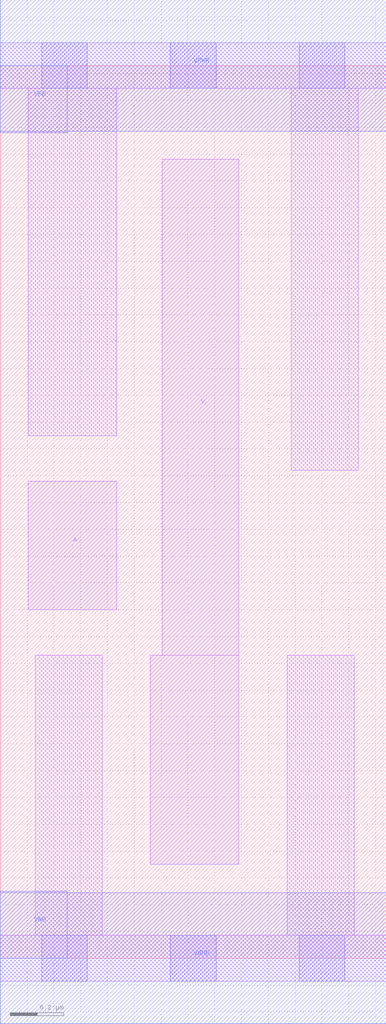
<source format=lef>
# Copyright 2020 The SkyWater PDK Authors
#
# Licensed under the Apache License, Version 2.0 (the "License");
# you may not use this file except in compliance with the License.
# You may obtain a copy of the License at
#
#     https://www.apache.org/licenses/LICENSE-2.0
#
# Unless required by applicable law or agreed to in writing, software
# distributed under the License is distributed on an "AS IS" BASIS,
# WITHOUT WARRANTIES OR CONDITIONS OF ANY KIND, either express or implied.
# See the License for the specific language governing permissions and
# limitations under the License.
#
# SPDX-License-Identifier: Apache-2.0

VERSION 5.5 ;
NAMESCASESENSITIVE ON ;
BUSBITCHARS "[]" ;
DIVIDERCHAR "/" ;
MACRO sky130_fd_sc_ms__inv_2
  CLASS CORE ;
  SOURCE USER ;
  ORIGIN  0.000000  0.000000 ;
  SIZE  1.440000 BY  3.330000 ;
  SYMMETRY X Y ;
  SITE unit ;
  PIN A
    ANTENNAGATEAREA  0.558000 ;
    DIRECTION INPUT ;
    USE SIGNAL ;
    PORT
      LAYER li1 ;
        RECT 0.105000 1.300000 0.435000 1.780000 ;
    END
  END A
  PIN Y
    ANTENNADIFFAREA  0.543200 ;
    DIRECTION OUTPUT ;
    USE SIGNAL ;
    PORT
      LAYER li1 ;
        RECT 0.560000 0.350000 0.890000 1.130000 ;
        RECT 0.605000 1.130000 0.890000 2.980000 ;
    END
  END Y
  PIN VGND
    DIRECTION INOUT ;
    USE GROUND ;
    PORT
      LAYER met1 ;
        RECT 0.000000 -0.245000 1.440000 0.245000 ;
    END
  END VGND
  PIN VNB
    DIRECTION INOUT ;
    USE GROUND ;
    PORT
    END
  END VNB
  PIN VPB
    DIRECTION INOUT ;
    USE POWER ;
    PORT
    END
  END VPB
  PIN VNB
    DIRECTION INOUT ;
    USE GROUND ;
    PORT
      LAYER met1 ;
        RECT 0.000000 0.000000 0.250000 0.250000 ;
    END
  END VNB
  PIN VPB
    DIRECTION INOUT ;
    USE POWER ;
    PORT
      LAYER met1 ;
        RECT 0.000000 3.080000 0.250000 3.330000 ;
    END
  END VPB
  PIN VPWR
    DIRECTION INOUT ;
    USE POWER ;
    PORT
      LAYER met1 ;
        RECT 0.000000 3.085000 1.440000 3.575000 ;
    END
  END VPWR
  OBS
    LAYER li1 ;
      RECT 0.000000 -0.085000 1.440000 0.085000 ;
      RECT 0.000000  3.245000 1.440000 3.415000 ;
      RECT 0.105000  1.950000 0.435000 3.245000 ;
      RECT 0.130000  0.085000 0.380000 1.130000 ;
      RECT 1.070000  0.085000 1.320000 1.130000 ;
      RECT 1.085000  1.820000 1.335000 3.245000 ;
    LAYER mcon ;
      RECT 0.155000 -0.085000 0.325000 0.085000 ;
      RECT 0.155000  3.245000 0.325000 3.415000 ;
      RECT 0.635000 -0.085000 0.805000 0.085000 ;
      RECT 0.635000  3.245000 0.805000 3.415000 ;
      RECT 1.115000 -0.085000 1.285000 0.085000 ;
      RECT 1.115000  3.245000 1.285000 3.415000 ;
  END
END sky130_fd_sc_ms__inv_2
END LIBRARY

</source>
